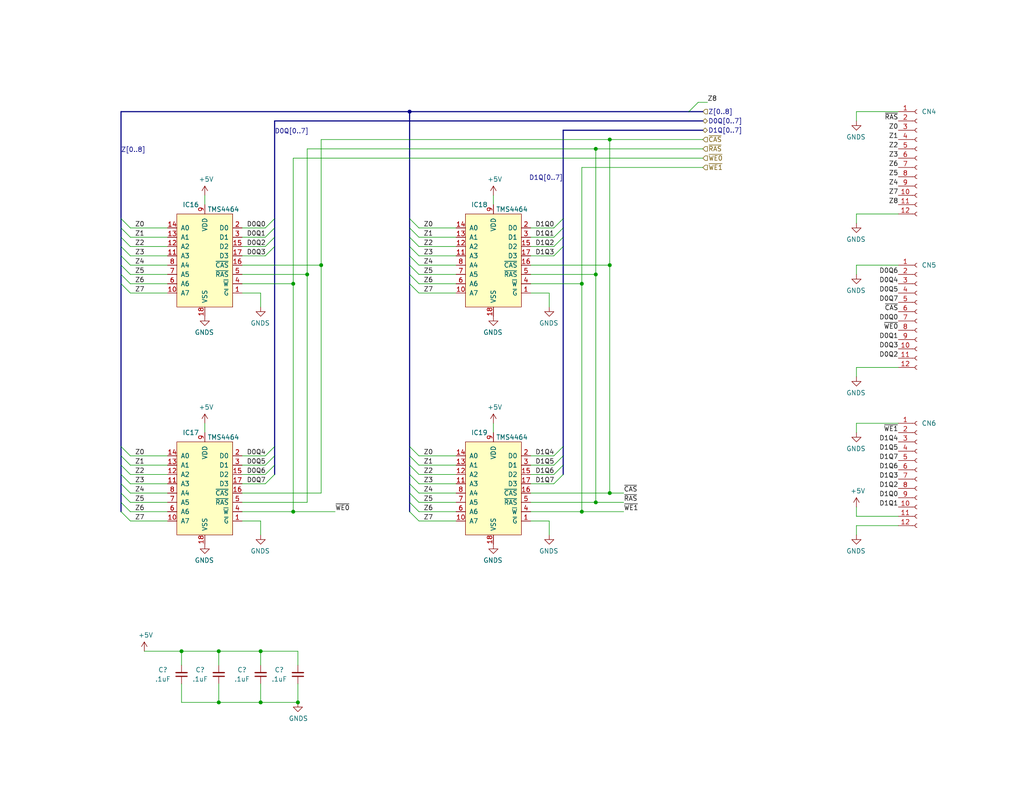
<source format=kicad_sch>
(kicad_sch (version 20230121) (generator eeschema)
  (paper "A")
  (title_block (title "TRS-80 Color Computer 3 (26-3334)") (date "2023-11-04") (rev "1.0.2") (company "Tandy Corporation") (comment 2 "& Color Computer 3 Revised Schematic (Ty Sopko).pdf") (comment 3 "Based on  Color Computer 3 Service Manual (Tandy).pdf") (comment 4 "Kicad schematic capture by Rocky Hill"))
  (lib_symbols
    (symbol "Device:C_Small" (pin_numbers hide) (pin_names (offset 0.254) hide)
      (property "Reference" "C" (at 0.254 1.778 0))
      (property "Value" "C_Small" (at 0.254 -2.032 0))
      (symbol "C_Small_0_1"
        (polyline (pts (xy -1.524 -0.508) (xy 1.524 -0.508)) (stroke (width 0.3302)))
        (polyline (pts (xy -1.524 0.508) (xy 1.524 0.508)) (stroke (width 0.3048)))
      )
      (symbol "C_Small_1_1"
        (pin passive line (at 0 2.54 270) (length 2.032) (name "~") (number "1"))
        (pin passive line (at 0 -2.54 90) (length 2.032) (name "~") (number "2"))
      )
    )
    (symbol "Memory_RAM_Texas:TMS4464" (pin_names (offset 1.016))
      (property "Reference" "U" (at -6.35 13.97 0))
      (property "Value" "TMS4464" (at 6.35 13.97 0))
      (symbol "TMS4464_0_1"
        (rectangle (start -7.62 12.7) (end 7.62 -12.7) (fill (type background)))
      )
      (symbol "TMS4464_1_1"
        (pin input line (at -10.16 -8.89 0) (length 2.54) (name "~{G}") (number "1"))
        (pin input line (at 10.16 -8.89 180) (length 2.54) (name "A7") (number "10"))
        (pin input line (at 10.16 1.27 180) (length 2.54) (name "A3") (number "11"))
        (pin input line (at 10.16 3.81 180) (length 2.54) (name "A2") (number "12"))
        (pin input line (at 10.16 6.35 180) (length 2.54) (name "A1") (number "13"))
        (pin input line (at 10.16 8.89 180) (length 2.54) (name "A0") (number "14"))
        (pin tri_state line (at -10.16 3.81 0) (length 2.54) (name "D2") (number "15"))
        (pin input line (at -10.16 -1.27 0) (length 2.54) (name "~{CAS}") (number "16"))
        (pin tri_state line (at -10.16 1.27 0) (length 2.54) (name "D3") (number "17"))
        (pin power_in line (at 0 -15.24 90) (length 2.54) (name "VSS") (number "18"))
        (pin tri_state line (at -10.16 8.89 0) (length 2.54) (name "D0") (number "2"))
        (pin tri_state line (at -10.16 6.35 0) (length 2.54) (name "D1") (number "3"))
        (pin input line (at -10.16 -6.35 0) (length 2.54) (name "~{W}") (number "4"))
        (pin input line (at -10.16 -3.81 0) (length 2.54) (name "~{RAS}") (number "5"))
        (pin input line (at 10.16 -6.35 180) (length 2.54) (name "A6") (number "6"))
        (pin input line (at 10.16 -3.81 180) (length 2.54) (name "A5") (number "7"))
        (pin input line (at 10.16 -1.27 180) (length 2.54) (name "A4") (number "8"))
        (pin power_in line (at 0 15.24 270) (length 2.54) (name "VDD") (number "9"))
      )
    )
    (symbol "coco3-rescue:Conn_01x12_Female-Connector" (pin_names (offset 1.016) hide)
      (property "Reference" "J" (at 0 15.24 0))
      (property "Value" "Connector_Conn_01x12_Female" (at 0 -17.78 0))
      (symbol "Conn_01x12_Female-Connector_1_1"
        (arc (start 0 -14.732) (mid -0.5058 -15.24) (end 0 -15.748) (stroke (width 0.1524)))
        (arc (start 0 -12.192) (mid -0.5058 -12.7) (end 0 -13.208) (stroke (width 0.1524)))
        (arc (start 0 -9.652) (mid -0.5058 -10.16) (end 0 -10.668) (stroke (width 0.1524)))
        (arc (start 0 -7.112) (mid -0.5058 -7.62) (end 0 -8.128) (stroke (width 0.1524)))
        (arc (start 0 -4.572) (mid -0.5058 -5.08) (end 0 -5.588) (stroke (width 0.1524)))
        (arc (start 0 -2.032) (mid -0.5058 -2.54) (end 0 -3.048) (stroke (width 0.1524)))
        (polyline (pts (xy -1.27 -15.24) (xy -0.508 -15.24)) (stroke (width 0.1524)))
        (polyline (pts (xy -1.27 -12.7) (xy -0.508 -12.7)) (stroke (width 0.1524)))
        (polyline (pts (xy -1.27 -10.16) (xy -0.508 -10.16)) (stroke (width 0.1524)))
        (polyline (pts (xy -1.27 -7.62) (xy -0.508 -7.62)) (stroke (width 0.1524)))
        (polyline (pts (xy -1.27 -5.08) (xy -0.508 -5.08)) (stroke (width 0.1524)))
        (polyline (pts (xy -1.27 -2.54) (xy -0.508 -2.54)) (stroke (width 0.1524)))
        (polyline (pts (xy -1.27 0) (xy -0.508 0)) (stroke (width 0.1524)))
        (polyline (pts (xy -1.27 2.54) (xy -0.508 2.54)) (stroke (width 0.1524)))
        (polyline (pts (xy -1.27 5.08) (xy -0.508 5.08)) (stroke (width 0.1524)))
        (polyline (pts (xy -1.27 7.62) (xy -0.508 7.62)) (stroke (width 0.1524)))
        (polyline (pts (xy -1.27 10.16) (xy -0.508 10.16)) (stroke (width 0.1524)))
        (polyline (pts (xy -1.27 12.7) (xy -0.508 12.7)) (stroke (width 0.1524)))
        (arc (start 0 0.508) (mid -0.5058 0) (end 0 -0.508) (stroke (width 0.1524)))
        (arc (start 0 3.048) (mid -0.5058 2.54) (end 0 2.032) (stroke (width 0.1524)))
        (arc (start 0 5.588) (mid -0.5058 5.08) (end 0 4.572) (stroke (width 0.1524)))
        (arc (start 0 8.128) (mid -0.5058 7.62) (end 0 7.112) (stroke (width 0.1524)))
        (arc (start 0 10.668) (mid -0.5058 10.16) (end 0 9.652) (stroke (width 0.1524)))
        (arc (start 0 13.208) (mid -0.5058 12.7) (end 0 12.192) (stroke (width 0.1524)))
        (pin passive line (at -5.08 12.7 0) (length 3.81) (name "Pin_1") (number "1"))
        (pin passive line (at -5.08 -10.16 0) (length 3.81) (name "Pin_10") (number "10"))
        (pin passive line (at -5.08 -12.7 0) (length 3.81) (name "Pin_11") (number "11"))
        (pin passive line (at -5.08 -15.24 0) (length 3.81) (name "Pin_12") (number "12"))
        (pin passive line (at -5.08 10.16 0) (length 3.81) (name "Pin_2") (number "2"))
        (pin passive line (at -5.08 7.62 0) (length 3.81) (name "Pin_3") (number "3"))
        (pin passive line (at -5.08 5.08 0) (length 3.81) (name "Pin_4") (number "4"))
        (pin passive line (at -5.08 2.54 0) (length 3.81) (name "Pin_5") (number "5"))
        (pin passive line (at -5.08 0 0) (length 3.81) (name "Pin_6") (number "6"))
        (pin passive line (at -5.08 -2.54 0) (length 3.81) (name "Pin_7") (number "7"))
        (pin passive line (at -5.08 -5.08 0) (length 3.81) (name "Pin_8") (number "8"))
        (pin passive line (at -5.08 -7.62 0) (length 3.81) (name "Pin_9") (number "9"))
      )
    )
    (symbol "power:+5V" (power) (pin_names (offset 0))
      (property "Value" "+5V" (at 0 3.556 0))
      (symbol "+5V_0_1"
        (polyline (pts (xy -0.762 1.27) (xy 0 2.54)))
        (polyline (pts (xy 0 0) (xy 0 2.54)))
        (polyline (pts (xy 0 2.54) (xy 0.762 1.27)))
      )
      (symbol "+5V_1_1"
        (pin power_in line (at 0 0 90) (length 0) hide (name "+5V") (number "1"))
      )
    )
    (symbol "power:GNDS" (power) (pin_names (offset 0))
      (property "Value" "GNDS" (at 0 -3.81 0))
      (symbol "GNDS_0_1"
        (polyline (pts (xy 0 0) (xy 0 -1.27) (xy 1.27 -1.27) (xy 0 -2.54) (xy -1.27 -1.27) (xy 0 -1.27)))
      )
      (symbol "GNDS_1_1"
        (pin power_in line (at 0 0 270) (length 0) hide (name "GNDS") (number "1"))
      )
    )
  )
  (junction (at 166.37 134.62))
  (junction (at 166.37 72.39))
  (junction (at 166.37 38.1))
  (junction (at 80.01 139.7))
  (junction (at 83.82 74.93))
  (junction (at 162.56 74.93))
  (junction (at 158.75 77.47))
  (junction (at 158.75 139.7))
  (junction (at 59.69 177.8))
  (junction (at 162.56 40.64))
  (junction (at 80.01 77.47))
  (junction (at 49.53 177.8))
  (junction (at 162.56 137.16))
  (junction (at 87.63 72.39))
  (junction (at 59.69 191.77))
  (junction (at 81.28 191.77))
  (junction (at 71.12 177.8))
  (junction (at 71.12 191.77))
  (junction (at 111.76 30.48))
  (bus_entry (at 33.02 72.39) (size 2.54 2.54))
  (bus_entry (at 153.67 59.69) (size -2.54 2.54))
  (bus_entry (at 33.02 67.31) (size 2.54 2.54))
  (bus_entry (at 153.67 129.54) (size -2.54 2.54))
  (bus_entry (at 153.67 67.31) (size -2.54 2.54))
  (bus_entry (at 153.67 62.23) (size -2.54 2.54))
  (bus_entry (at 111.76 124.46) (size 2.54 2.54))
  (bus_entry (at 33.02 137.16) (size 2.54 2.54))
  (bus_entry (at 74.93 62.23) (size -2.54 2.54))
  (bus_entry (at 33.02 139.7) (size 2.54 2.54))
  (bus_entry (at 33.02 134.62) (size 2.54 2.54))
  (bus_entry (at 74.93 64.77) (size -2.54 2.54))
  (bus_entry (at 33.02 121.92) (size 2.54 2.54))
  (bus_entry (at 74.93 127) (size -2.54 2.54))
  (bus_entry (at 153.67 64.77) (size -2.54 2.54))
  (bus_entry (at 33.02 64.77) (size 2.54 2.54))
  (bus_entry (at 111.76 59.69) (size 2.54 2.54))
  (bus_entry (at 111.76 72.39) (size 2.54 2.54))
  (bus_entry (at 111.76 121.92) (size 2.54 2.54))
  (bus_entry (at 33.02 129.54) (size 2.54 2.54))
  (bus_entry (at 33.02 59.69) (size 2.54 2.54))
  (bus_entry (at 153.67 124.46) (size -2.54 2.54))
  (bus_entry (at 33.02 74.93) (size 2.54 2.54))
  (bus_entry (at 74.93 59.69) (size -2.54 2.54))
  (bus_entry (at 111.76 74.93) (size 2.54 2.54))
  (bus_entry (at 33.02 124.46) (size 2.54 2.54))
  (bus_entry (at 111.76 132.08) (size 2.54 2.54))
  (bus_entry (at 74.93 67.31) (size -2.54 2.54))
  (bus_entry (at 33.02 77.47) (size 2.54 2.54))
  (bus_entry (at 111.76 62.23) (size 2.54 2.54))
  (bus_entry (at 153.67 121.92) (size -2.54 2.54))
  (bus_entry (at 33.02 132.08) (size 2.54 2.54))
  (bus_entry (at 33.02 127) (size 2.54 2.54))
  (bus_entry (at 33.02 62.23) (size 2.54 2.54))
  (bus_entry (at 111.76 77.47) (size 2.54 2.54))
  (bus_entry (at 111.76 127) (size 2.54 2.54))
  (bus_entry (at 74.93 129.54) (size -2.54 2.54))
  (bus_entry (at 74.93 121.92) (size -2.54 2.54))
  (bus_entry (at 111.76 137.16) (size 2.54 2.54))
  (bus_entry (at 33.02 69.85) (size 2.54 2.54))
  (bus_entry (at 153.67 127) (size -2.54 2.54))
  (bus_entry (at 74.93 124.46) (size -2.54 2.54))
  (bus_entry (at 111.76 67.31) (size 2.54 2.54))
  (bus_entry (at 111.76 69.85) (size 2.54 2.54))
  (bus_entry (at 111.76 129.54) (size 2.54 2.54))
  (bus_entry (at 111.76 139.7) (size 2.54 2.54))
  (bus_entry (at 187.96 30.48) (size 2.54 -2.54))
  (bus_entry (at 111.76 134.62) (size 2.54 2.54))
  (bus_entry (at 111.76 64.77) (size 2.54 2.54))
  (wire (pts (xy 35.56 137.16) (xy 45.72 137.16)))
  (bus (pts (xy 111.76 74.93) (xy 111.76 77.47)))
  (wire (pts (xy 149.86 142.24) (xy 149.86 146.05)))
  (wire (pts (xy 158.75 77.47) (xy 144.78 77.47)))
  (wire (pts (xy 124.46 62.23) (xy 114.3 62.23)))
  (wire (pts (xy 87.63 38.1) (xy 87.63 72.39)))
  (wire (pts (xy 71.12 142.24) (xy 66.04 142.24)))
  (bus (pts (xy 74.93 127) (xy 74.93 129.54)))
  (bus (pts (xy 153.67 121.92) (xy 153.67 124.46)))
  (wire (pts (xy 39.37 177.8) (xy 49.53 177.8)))
  (wire (pts (xy 72.39 132.08) (xy 66.04 132.08)))
  (wire (pts (xy 144.78 134.62) (xy 166.37 134.62)))
  (wire (pts (xy 134.62 53.34) (xy 134.62 55.88)))
  (wire (pts (xy 66.04 139.7) (xy 80.01 139.7)))
  (wire (pts (xy 45.72 77.47) (xy 35.56 77.47)))
  (wire (pts (xy 149.86 142.24) (xy 144.78 142.24)))
  (wire (pts (xy 71.12 80.01) (xy 71.12 83.82)))
  (wire (pts (xy 151.13 69.85) (xy 144.78 69.85)))
  (wire (pts (xy 59.69 191.77) (xy 49.53 191.77)))
  (wire (pts (xy 158.75 45.72) (xy 158.75 77.47)))
  (wire (pts (xy 245.11 30.48) (xy 233.68 30.48)))
  (bus (pts (xy 74.93 33.02) (xy 74.93 59.69)))
  (wire (pts (xy 124.46 124.46) (xy 114.3 124.46)))
  (wire (pts (xy 134.62 115.57) (xy 134.62 118.11)))
  (wire (pts (xy 114.3 142.24) (xy 124.46 142.24)))
  (bus (pts (xy 33.02 30.48) (xy 33.02 59.69)))
  (wire (pts (xy 35.56 127) (xy 45.72 127)))
  (wire (pts (xy 114.3 69.85) (xy 124.46 69.85)))
  (wire (pts (xy 66.04 72.39) (xy 87.63 72.39)))
  (wire (pts (xy 114.3 132.08) (xy 124.46 132.08)))
  (wire (pts (xy 114.3 64.77) (xy 124.46 64.77)))
  (wire (pts (xy 72.39 124.46) (xy 66.04 124.46)))
  (wire (pts (xy 72.39 64.77) (xy 66.04 64.77)))
  (wire (pts (xy 151.13 127) (xy 144.78 127)))
  (wire (pts (xy 233.68 140.97) (xy 245.11 140.97)))
  (bus (pts (xy 153.67 124.46) (xy 153.67 127)))
  (bus (pts (xy 33.02 67.31) (xy 33.02 69.85)))
  (wire (pts (xy 45.72 62.23) (xy 35.56 62.23)))
  (bus (pts (xy 33.02 62.23) (xy 33.02 64.77)))
  (wire (pts (xy 151.13 124.46) (xy 144.78 124.46)))
  (wire (pts (xy 72.39 129.54) (xy 66.04 129.54)))
  (bus (pts (xy 33.02 77.47) (xy 33.02 121.92)))
  (bus (pts (xy 153.67 67.31) (xy 153.67 121.92)))
  (bus (pts (xy 111.76 121.92) (xy 111.76 124.46)))
  (wire (pts (xy 162.56 74.93) (xy 162.56 40.64)))
  (wire (pts (xy 45.72 72.39) (xy 35.56 72.39)))
  (bus (pts (xy 33.02 129.54) (xy 33.02 132.08)))
  (wire (pts (xy 124.46 67.31) (xy 114.3 67.31)))
  (wire (pts (xy 162.56 137.16) (xy 162.56 74.93)))
  (wire (pts (xy 158.75 139.7) (xy 144.78 139.7)))
  (wire (pts (xy 151.13 62.23) (xy 144.78 62.23)))
  (wire (pts (xy 124.46 139.7) (xy 114.3 139.7)))
  (bus (pts (xy 33.02 137.16) (xy 33.02 139.7)))
  (wire (pts (xy 114.3 137.16) (xy 124.46 137.16)))
  (bus (pts (xy 153.67 59.69) (xy 153.67 62.23)))
  (wire (pts (xy 87.63 38.1) (xy 166.37 38.1)))
  (bus (pts (xy 33.02 134.62) (xy 33.02 137.16)))
  (wire (pts (xy 245.11 115.57) (xy 233.68 115.57)))
  (wire (pts (xy 170.18 134.62) (xy 166.37 134.62)))
  (bus (pts (xy 111.76 134.62) (xy 111.76 137.16)))
  (bus (pts (xy 33.02 132.08) (xy 33.02 134.62)))
  (wire (pts (xy 166.37 72.39) (xy 166.37 134.62)))
  (wire (pts (xy 71.12 177.8) (xy 71.12 181.61)))
  (wire (pts (xy 45.72 129.54) (xy 35.56 129.54)))
  (wire (pts (xy 71.12 191.77) (xy 81.28 191.77)))
  (wire (pts (xy 45.72 124.46) (xy 35.56 124.46)))
  (wire (pts (xy 144.78 137.16) (xy 162.56 137.16)))
  (wire (pts (xy 59.69 186.69) (xy 59.69 191.77)))
  (wire (pts (xy 233.68 143.51) (xy 233.68 146.05)))
  (wire (pts (xy 71.12 80.01) (xy 66.04 80.01)))
  (bus (pts (xy 33.02 64.77) (xy 33.02 67.31)))
  (wire (pts (xy 170.18 137.16) (xy 162.56 137.16)))
  (wire (pts (xy 144.78 72.39) (xy 166.37 72.39)))
  (wire (pts (xy 124.46 72.39) (xy 114.3 72.39)))
  (bus (pts (xy 33.02 59.69) (xy 33.02 62.23)))
  (wire (pts (xy 72.39 67.31) (xy 66.04 67.31)))
  (bus (pts (xy 111.76 77.47) (xy 111.76 121.92)))
  (bus (pts (xy 74.93 121.92) (xy 74.93 124.46)))
  (bus (pts (xy 111.76 30.48) (xy 111.76 59.69)))
  (wire (pts (xy 35.56 80.01) (xy 45.72 80.01)))
  (bus (pts (xy 111.76 64.77) (xy 111.76 67.31)))
  (bus (pts (xy 191.77 35.56) (xy 153.67 35.56)))
  (wire (pts (xy 193.04 27.94) (xy 190.5 27.94)))
  (bus (pts (xy 33.02 127) (xy 33.02 129.54)))
  (wire (pts (xy 87.63 72.39) (xy 87.63 134.62)))
  (wire (pts (xy 233.68 72.39) (xy 233.68 74.93)))
  (wire (pts (xy 55.88 115.57) (xy 55.88 118.11)))
  (bus (pts (xy 111.76 30.48) (xy 187.96 30.48)))
  (bus (pts (xy 33.02 124.46) (xy 33.02 127)))
  (bus (pts (xy 153.67 64.77) (xy 153.67 67.31)))
  (wire (pts (xy 151.13 64.77) (xy 144.78 64.77)))
  (bus (pts (xy 33.02 72.39) (xy 33.02 74.93)))
  (wire (pts (xy 80.01 43.18) (xy 191.77 43.18)))
  (bus (pts (xy 111.76 132.08) (xy 111.76 134.62)))
  (bus (pts (xy 111.76 72.39) (xy 111.76 74.93)))
  (wire (pts (xy 35.56 69.85) (xy 45.72 69.85)))
  (bus (pts (xy 111.76 67.31) (xy 111.76 69.85)))
  (bus (pts (xy 74.93 62.23) (xy 74.93 64.77)))
  (bus (pts (xy 74.93 59.69) (xy 74.93 62.23)))
  (wire (pts (xy 80.01 77.47) (xy 80.01 139.7)))
  (wire (pts (xy 72.39 69.85) (xy 66.04 69.85)))
  (bus (pts (xy 111.76 124.46) (xy 111.76 127)))
  (bus (pts (xy 111.76 127) (xy 111.76 129.54)))
  (wire (pts (xy 35.56 132.08) (xy 45.72 132.08)))
  (wire (pts (xy 81.28 186.69) (xy 81.28 191.77)))
  (wire (pts (xy 233.68 100.33) (xy 233.68 102.87)))
  (wire (pts (xy 149.86 80.01) (xy 144.78 80.01)))
  (bus (pts (xy 74.93 64.77) (xy 74.93 67.31)))
  (wire (pts (xy 149.86 80.01) (xy 149.86 83.82)))
  (wire (pts (xy 124.46 77.47) (xy 114.3 77.47)))
  (wire (pts (xy 45.72 67.31) (xy 35.56 67.31)))
  (wire (pts (xy 35.56 142.24) (xy 45.72 142.24)))
  (bus (pts (xy 33.02 121.92) (xy 33.02 124.46)))
  (wire (pts (xy 124.46 129.54) (xy 114.3 129.54)))
  (wire (pts (xy 45.72 139.7) (xy 35.56 139.7)))
  (bus (pts (xy 33.02 74.93) (xy 33.02 77.47)))
  (wire (pts (xy 124.46 134.62) (xy 114.3 134.62)))
  (wire (pts (xy 35.56 64.77) (xy 45.72 64.77)))
  (wire (pts (xy 83.82 40.64) (xy 162.56 40.64)))
  (bus (pts (xy 74.93 33.02) (xy 191.77 33.02)))
  (wire (pts (xy 83.82 74.93) (xy 83.82 40.64)))
  (wire (pts (xy 49.53 186.69) (xy 49.53 191.77)))
  (wire (pts (xy 72.39 127) (xy 66.04 127)))
  (bus (pts (xy 111.76 129.54) (xy 111.76 132.08)))
  (bus (pts (xy 111.76 59.69) (xy 111.76 62.23)))
  (wire (pts (xy 151.13 129.54) (xy 144.78 129.54)))
  (wire (pts (xy 233.68 58.42) (xy 233.68 60.96)))
  (wire (pts (xy 114.3 74.93) (xy 124.46 74.93)))
  (bus (pts (xy 153.67 62.23) (xy 153.67 64.77)))
  (wire (pts (xy 83.82 137.16) (xy 83.82 74.93)))
  (wire (pts (xy 59.69 177.8) (xy 71.12 177.8)))
  (wire (pts (xy 71.12 191.77) (xy 59.69 191.77)))
  (bus (pts (xy 74.93 67.31) (xy 74.93 121.92)))
  (wire (pts (xy 55.88 53.34) (xy 55.88 55.88)))
  (wire (pts (xy 71.12 186.69) (xy 71.12 191.77)))
  (wire (pts (xy 233.68 138.43) (xy 233.68 140.97)))
  (bus (pts (xy 74.93 124.46) (xy 74.93 127)))
  (bus (pts (xy 111.76 69.85) (xy 111.76 72.39)))
  (bus (pts (xy 111.76 62.23) (xy 111.76 64.77)))
  (bus (pts (xy 153.67 35.56) (xy 153.67 59.69)))
  (wire (pts (xy 158.75 77.47) (xy 158.75 139.7)))
  (wire (pts (xy 66.04 137.16) (xy 83.82 137.16)))
  (wire (pts (xy 151.13 132.08) (xy 144.78 132.08)))
  (wire (pts (xy 72.39 62.23) (xy 66.04 62.23)))
  (wire (pts (xy 114.3 127) (xy 124.46 127)))
  (bus (pts (xy 33.02 30.48) (xy 111.76 30.48)))
  (wire (pts (xy 166.37 38.1) (xy 166.37 72.39)))
  (wire (pts (xy 81.28 177.8) (xy 81.28 181.61)))
  (wire (pts (xy 45.72 134.62) (xy 35.56 134.62)))
  (wire (pts (xy 66.04 134.62) (xy 87.63 134.62)))
  (wire (pts (xy 80.01 43.18) (xy 80.01 77.47)))
  (wire (pts (xy 49.53 181.61) (xy 49.53 177.8)))
  (wire (pts (xy 91.44 139.7) (xy 80.01 139.7)))
  (wire (pts (xy 35.56 74.93) (xy 45.72 74.93)))
  (wire (pts (xy 245.11 58.42) (xy 233.68 58.42)))
  (wire (pts (xy 233.68 115.57) (xy 233.68 118.11)))
  (wire (pts (xy 66.04 77.47) (xy 80.01 77.47)))
  (wire (pts (xy 144.78 74.93) (xy 162.56 74.93)))
  (wire (pts (xy 233.68 30.48) (xy 233.68 33.02)))
  (bus (pts (xy 111.76 137.16) (xy 111.76 139.7)))
  (wire (pts (xy 66.04 74.93) (xy 83.82 74.93)))
  (wire (pts (xy 71.12 142.24) (xy 71.12 146.05)))
  (wire (pts (xy 245.11 72.39) (xy 233.68 72.39)))
  (wire (pts (xy 170.18 139.7) (xy 158.75 139.7)))
  (wire (pts (xy 245.11 143.51) (xy 233.68 143.51)))
  (bus (pts (xy 33.02 69.85) (xy 33.02 72.39)))
  (wire (pts (xy 191.77 40.64) (xy 162.56 40.64)))
  (bus (pts (xy 187.96 30.48) (xy 191.77 30.48)))
  (wire (pts (xy 114.3 80.01) (xy 124.46 80.01)))
  (wire (pts (xy 59.69 181.61) (xy 59.69 177.8)))
  (wire (pts (xy 245.11 100.33) (xy 233.68 100.33)))
  (wire (pts (xy 191.77 38.1) (xy 166.37 38.1)))
  (wire (pts (xy 151.13 67.31) (xy 144.78 67.31)))
  (wire (pts (xy 191.77 45.72) (xy 158.75 45.72)))
  (wire (pts (xy 49.53 177.8) (xy 59.69 177.8)))
  (bus (pts (xy 153.67 127) (xy 153.67 129.54)))
  (wire (pts (xy 71.12 177.8) (xy 81.28 177.8)))
  (label "Z1" (at 36.83 64.77 0))
  (label "D0Q3" (at 245.11 95.25 180))
  (label "D1Q4" (at 146.05 124.46 0))
  (label "D1Q6" (at 146.05 129.54 0))
  (label "~{CAS}" (at 170.18 134.62 0))
  (label "Z0" (at 245.11 35.56 180))
  (label "Z5" (at 36.83 74.93 0))
  (label "Z0" (at 115.57 62.23 0))
  (label "Z5" (at 245.11 48.26 180))
  (label "D1Q0" (at 146.05 62.23 0))
  (label "Z3" (at 245.11 43.18 180))
  (label "Z6" (at 36.83 139.7 0))
  (label "Z7" (at 115.57 142.24 0))
  (label "D0Q3" (at 67.31 69.85 0))
  (label "D0Q4" (at 67.31 124.46 0))
  (label "D1Q[0..7]" (at 153.67 49.53 180))
  (label "Z0" (at 36.83 124.46 0))
  (label "D0Q2" (at 67.31 67.31 0))
  (label "Z4" (at 115.57 72.39 0))
  (label "Z7" (at 245.11 53.34 180))
  (label "Z[0..8]" (at 33.02 41.91 0))
  (label "D0Q5" (at 245.11 80.01 180))
  (label "Z2" (at 36.83 129.54 0))
  (label "Z7" (at 36.83 142.24 0))
  (label "D0Q1" (at 67.31 64.77 0))
  (label "~{WE0}" (at 91.44 139.7 0))
  (label "D0Q6" (at 67.31 129.54 0))
  (label "Z3" (at 115.57 132.08 0))
  (label "Z7" (at 36.83 80.01 0))
  (label "Z6" (at 115.57 77.47 0))
  (label "Z3" (at 36.83 132.08 0))
  (label "Z1" (at 115.57 64.77 0))
  (label "D0Q2" (at 245.11 97.79 180))
  (label "Z4" (at 36.83 72.39 0))
  (label "Z5" (at 115.57 137.16 0))
  (label "D1Q7" (at 245.11 125.73 180))
  (label "Z1" (at 36.83 127 0))
  (label "D1Q3" (at 245.11 130.81 180))
  (label "D1Q2" (at 146.05 67.31 0))
  (label "Z2" (at 115.57 129.54 0))
  (label "D0Q[0..7]" (at 74.93 36.83 0))
  (label "D1Q5" (at 245.11 123.19 180))
  (label "~{CAS}" (at 245.11 85.09 180))
  (label "D0Q5" (at 67.31 127 0))
  (label "D1Q6" (at 245.11 128.27 180))
  (label "Z5" (at 115.57 74.93 0))
  (label "Z4" (at 245.11 50.8 180))
  (label "~{RAS}" (at 245.11 33.02 180))
  (label "D0Q6" (at 245.11 74.93 180))
  (label "Z3" (at 36.83 69.85 0))
  (label "Z2" (at 36.83 67.31 0))
  (label "D1Q0" (at 245.11 135.89 180))
  (label "D0Q0" (at 67.31 62.23 0))
  (label "D1Q5" (at 146.05 127 0))
  (label "D1Q1" (at 146.05 64.77 0))
  (label "Z1" (at 115.57 127 0))
  (label "Z0" (at 115.57 124.46 0))
  (label "~{WE0}" (at 245.11 90.17 180))
  (label "~{WE1}" (at 170.18 139.7 0))
  (label "D0Q0" (at 245.11 87.63 180))
  (label "D0Q7" (at 67.31 132.08 0))
  (label "D0Q1" (at 245.11 92.71 180))
  (label "D0Q4" (at 245.11 77.47 180))
  (label "D1Q3" (at 146.05 69.85 0))
  (label "~{RAS}" (at 170.18 137.16 0))
  (label "Z6" (at 245.11 45.72 180))
  (label "Z4" (at 36.83 134.62 0))
  (label "Z8" (at 245.11 55.88 180))
  (label "Z8" (at 193.04 27.94 0))
  (label "D1Q7" (at 146.05 132.08 0))
  (label "Z2" (at 115.57 67.31 0))
  (label "Z0" (at 36.83 62.23 0))
  (label "D0Q7" (at 245.11 82.55 180))
  (label "D1Q4" (at 245.11 120.65 180))
  (label "Z3" (at 115.57 69.85 0))
  (label "Z1" (at 245.11 38.1 180))
  (label "D1Q1" (at 245.11 138.43 180))
  (label "Z6" (at 36.83 77.47 0))
  (label "~{WE1}" (at 245.11 118.11 180))
  (label "Z5" (at 36.83 137.16 0))
  (label "Z4" (at 115.57 134.62 0))
  (label "Z6" (at 115.57 139.7 0))
  (label "Z2" (at 245.11 40.64 180))
  (label "Z7" (at 115.57 80.01 0))
  (label "D1Q2" (at 245.11 133.35 180))
  (hierarchical_label "D1Q[0..7]" (shape bidirectional) (at 191.77 35.56 0))
  (hierarchical_label "Z[0..8]" (shape input) (at 191.77 30.48 0))
  (hierarchical_label "D0Q[0..7]" (shape bidirectional) (at 191.77 33.02 0))
  (hierarchical_label "~{WE1}" (shape input) (at 191.77 45.72 0))
  (hierarchical_label "~{CAS}" (shape input) (at 191.77 38.1 0))
  (hierarchical_label "~{RAS}" (shape input) (at 191.77 40.64 0))
  (hierarchical_label "~{WE0}" (shape input) (at 191.77 43.18 0))
  (symbol (lib_id "power:+5V") (at 55.88 53.34 0) (unit 1)
    (property "Reference" "#PWR?" (effects hide))
    (property "Value" "+5V" (at 56.261 48.9458 0))
    (instances (project "coco3" (path "" (reference "#PWR?") (unit 1)) (path "" (reference "#PWR?") (unit 1)) (path "" (reference "#PWR01006") (unit 1))))
  )
  (symbol (lib_id "power:GNDS") (at 71.12 83.82 0) (mirror y) (unit 1)
    (property "Reference" "#PWR?" (effects hide))
    (property "Value" "GNDS" (at 70.993 88.2142 0))
    (instances (project "coco3" (path "" (reference "#PWR?") (unit 1)) (path "" (reference "#PWR?") (unit 1)) (path "" (reference "#PWR01008") (unit 1))))
  )
  (symbol (lib_id "Device:C_Small") (at 49.53 184.15 180) (unit 1)
    (property "Reference" "C?" (at 44.45 182.88 0))
    (property "Value" ".1uF" (at 44.45 185.42 0))
    (property "Footprint" "Capacitor_THT:C_Disc_D4.7mm_W2.5mm_P5.00mm" (effects hide))
    (property "Datasheet" " https://product.tdk.com/info/en/catalog/datasheets/leadmlcc_halogenfree_fg_en.pdf?ref_disty=digikey" (effects hide))
    (property "Vendor" "digikey" (effects hide))
    (property "Vendor part#" "445-173474-1-ND" (effects hide))
    (property "Manufacturer part#" "FG28C0G1H103JNT06" (effects hide))
    (instances (project "coco3" (path "" (reference "C?") (unit 1)) (path "" (reference "C?") (unit 1)) (path "" (reference "C43") (unit 1))))
  )
  (symbol (lib_id "Device:C_Small") (at 59.69 184.15 180) (unit 1)
    (property "Reference" "C?" (at 54.61 182.88 0))
    (property "Value" ".1uF" (at 54.61 185.42 0))
    (property "Footprint" "Capacitor_THT:C_Disc_D4.7mm_W2.5mm_P5.00mm" (effects hide))
    (property "Datasheet" " https://product.tdk.com/info/en/catalog/datasheets/leadmlcc_halogenfree_fg_en.pdf?ref_disty=digikey" (effects hide))
    (property "Vendor" "digikey" (effects hide))
    (property "Vendor part#" "445-173474-1-ND" (effects hide))
    (property "Manufacturer part#" "FG28C0G1H103JNT06" (effects hide))
    (instances (project "coco3" (path "" (reference "C?") (unit 1)) (path "" (reference "C?") (unit 1)) (path "" (reference "C44") (unit 1))))
  )
  (symbol (lib_id "Device:C_Small") (at 71.12 184.15 180) (unit 1)
    (property "Reference" "C?" (at 66.04 182.88 0))
    (property "Value" ".1uF" (at 66.04 185.42 0))
    (property "Footprint" "Capacitor_THT:C_Disc_D4.7mm_W2.5mm_P5.00mm" (effects hide))
    (property "Datasheet" " https://product.tdk.com/info/en/catalog/datasheets/leadmlcc_halogenfree_fg_en.pdf?ref_disty=digikey" (effects hide))
    (property "Vendor" "digikey" (effects hide))
    (property "Vendor part#" "445-173474-1-ND" (effects hide))
    (property "Manufacturer part#" "FG28C0G1H103JNT06" (effects hide))
    (instances (project "coco3" (path "" (reference "C?") (unit 1)) (path "" (reference "C?") (unit 1)) (path "" (reference "C45") (unit 1))))
  )
  (symbol (lib_id "power:GNDS") (at 81.28 191.77 0) (unit 1)
    (property "Reference" "#PWR?" (effects hide))
    (property "Value" "GNDS" (at 81.407 196.1642 0))
    (instances (project "coco3" (path "" (reference "#PWR?") (unit 1)) (path "" (reference "#PWR?") (unit 1)) (path "" (reference "#PWR01019") (unit 1))))
  )
  (symbol (lib_id "power:+5V") (at 39.37 177.8 0) (unit 1)
    (property "Reference" "#PWR?" (effects hide))
    (property "Value" "+5V" (at 39.751 173.4058 0))
    (instances (project "coco3" (path "" (reference "#PWR?") (unit 1)) (path "" (reference "#PWR?") (unit 1)) (path "" (reference "#PWR01018") (unit 1))))
  )
  (symbol (lib_id "Device:C_Small") (at 81.28 184.15 180) (unit 1)
    (property "Reference" "C?" (at 76.2 182.88 0))
    (property "Value" ".1uF" (at 76.2 185.42 0))
    (property "Footprint" "Capacitor_THT:C_Disc_D4.7mm_W2.5mm_P5.00mm" (effects hide))
    (property "Datasheet" " https://product.tdk.com/info/en/catalog/datasheets/leadmlcc_halogenfree_fg_en.pdf?ref_disty=digikey" (effects hide))
    (property "Vendor" "digikey" (effects hide))
    (property "Vendor part#" "445-173474-1-ND" (effects hide))
    (property "Manufacturer part#" "FG28C0G1H103JNT06" (effects hide))
    (instances (project "coco3" (path "" (reference "C?") (unit 1)) (path "" (reference "C?") (unit 1)) (path "" (reference "C46") (unit 1))))
  )
  (symbol (lib_id "Memory_RAM_Texas:TMS4464") (at 55.88 71.12 0) (mirror y) (unit 1)
    (property "Reference" "IC16" (at 52.07 55.88 0))
    (property "Value" "TMS4464" (at 60.96 57.15 0))
    (property "Footprint" "Package_DIP:DIP-18_W7.62mm_Socket" (effects hide))
    (property "Datasheet" "http://www.assmann-wsw.com/uploads/datasheets/ASS_0810_CO.pdf" (effects hide))
    (property "Vendor" "digikey" (effects hide))
    (property "Vendor part#" "AE9995-ND" (effects hide))
    (property "Manufacturer part#" "A 18-LC-TT" (effects hide))
  )
  (symbol (lib_id "power:GNDS") (at 55.88 86.36 0) (mirror y) (unit 1)
    (property "Reference" "#PWR?" (effects hide))
    (property "Value" "GNDS" (at 55.753 90.7542 0))
    (instances (project "coco3" (path "" (reference "#PWR?") (unit 1)) (path "" (reference "#PWR?") (unit 1)) (path "" (reference "#PWR01010") (unit 1))))
  )
  (symbol (lib_id "power:+5V") (at 55.88 115.57 0) (unit 1)
    (property "Reference" "#PWR?" (effects hide))
    (property "Value" "+5V" (at 56.261 111.1758 0))
    (instances (project "coco3" (path "" (reference "#PWR?") (unit 1)) (path "" (reference "#PWR?") (unit 1)) (path "" (reference "#PWR01012") (unit 1))))
  )
  (symbol (lib_id "power:GNDS") (at 71.12 146.05 0) (mirror y) (unit 1)
    (property "Reference" "#PWR?" (effects hide))
    (property "Value" "GNDS" (at 70.993 150.4442 0))
    (instances (project "coco3" (path "" (reference "#PWR?") (unit 1)) (path "" (reference "#PWR?") (unit 1)) (path "" (reference "#PWR01014") (unit 1))))
  )
  (symbol (lib_id "Memory_RAM_Texas:TMS4464") (at 55.88 133.35 0) (mirror y) (unit 1)
    (property "Reference" "IC17" (at 52.07 118.11 0))
    (property "Value" "TMS4464" (at 60.96 119.38 0))
    (property "Footprint" "Package_DIP:DIP-18_W7.62mm_Socket" (effects hide))
    (property "Datasheet" "http://www.assmann-wsw.com/uploads/datasheets/ASS_0810_CO.pdf" (effects hide))
    (property "Vendor" "digikey" (effects hide))
    (property "Vendor part#" "AE9995-ND" (effects hide))
    (property "Manufacturer part#" "A 18-LC-TT" (effects hide))
  )
  (symbol (lib_id "power:GNDS") (at 55.88 148.59 0) (mirror y) (unit 1)
    (property "Reference" "#PWR?" (effects hide))
    (property "Value" "GNDS" (at 55.753 152.9842 0))
    (instances (project "coco3" (path "" (reference "#PWR?") (unit 1)) (path "" (reference "#PWR?") (unit 1)) (path "" (reference "#PWR01016") (unit 1))))
  )
  (symbol (lib_id "power:+5V") (at 134.62 53.34 0) (unit 1)
    (property "Reference" "#PWR?" (effects hide))
    (property "Value" "+5V" (at 135.001 48.9458 0))
    (instances (project "coco3" (path "" (reference "#PWR?") (unit 1)) (path "" (reference "#PWR?") (unit 1)) (path "" (reference "#PWR01007") (unit 1))))
  )
  (symbol (lib_id "power:GNDS") (at 149.86 83.82 0) (mirror y) (unit 1)
    (property "Reference" "#PWR?" (effects hide))
    (property "Value" "GNDS" (at 149.733 88.2142 0))
    (instances (project "coco3" (path "" (reference "#PWR?") (unit 1)) (path "" (reference "#PWR?") (unit 1)) (path "" (reference "#PWR01009") (unit 1))))
  )
  (symbol (lib_id "Memory_RAM_Texas:TMS4464") (at 134.62 71.12 0) (mirror y) (unit 1)
    (property "Reference" "IC18" (at 130.81 55.88 0))
    (property "Value" "TMS4464" (at 139.7 57.15 0))
    (property "Footprint" "Package_DIP:DIP-18_W7.62mm_Socket" (effects hide))
    (property "Datasheet" "http://www.assmann-wsw.com/uploads/datasheets/ASS_0810_CO.pdf" (effects hide))
    (property "Vendor" "digikey" (effects hide))
    (property "Vendor part#" "AE9995-ND" (effects hide))
    (property "Manufacturer part#" "A 18-LC-TT" (effects hide))
  )
  (symbol (lib_id "power:GNDS") (at 134.62 86.36 0) (mirror y) (unit 1)
    (property "Reference" "#PWR?" (effects hide))
    (property "Value" "GNDS" (at 134.493 90.7542 0))
    (instances (project "coco3" (path "" (reference "#PWR?") (unit 1)) (path "" (reference "#PWR?") (unit 1)) (path "" (reference "#PWR01011") (unit 1))))
  )
  (symbol (lib_id "power:+5V") (at 134.62 115.57 0) (unit 1)
    (property "Reference" "#PWR?" (effects hide))
    (property "Value" "+5V" (at 135.001 111.1758 0))
    (instances (project "coco3" (path "" (reference "#PWR?") (unit 1)) (path "" (reference "#PWR?") (unit 1)) (path "" (reference "#PWR01013") (unit 1))))
  )
  (symbol (lib_id "power:GNDS") (at 149.86 146.05 0) (mirror y) (unit 1)
    (property "Reference" "#PWR?" (effects hide))
    (property "Value" "GNDS" (at 149.733 150.4442 0))
    (instances (project "coco3" (path "" (reference "#PWR?") (unit 1)) (path "" (reference "#PWR?") (unit 1)) (path "" (reference "#PWR01015") (unit 1))))
  )
  (symbol (lib_id "Memory_RAM_Texas:TMS4464") (at 134.62 133.35 0) (mirror y) (unit 1)
    (property "Reference" "IC19" (at 130.81 118.11 0))
    (property "Value" "TMS4464" (at 139.7 119.38 0))
    (property "Footprint" "Package_DIP:DIP-18_W7.62mm_Socket" (effects hide))
    (property "Datasheet" "http://www.assmann-wsw.com/uploads/datasheets/ASS_0810_CO.pdf" (effects hide))
    (property "Vendor" "digikey" (effects hide))
    (property "Vendor part#" "AE9995-ND" (effects hide))
    (property "Manufacturer part#" "A 18-LC-TT" (effects hide))
  )
  (symbol (lib_id "power:GNDS") (at 134.62 148.59 0) (mirror y) (unit 1)
    (property "Reference" "#PWR?" (effects hide))
    (property "Value" "GNDS" (at 134.493 152.9842 0))
    (instances (project "coco3" (path "" (reference "#PWR?") (unit 1)) (path "" (reference "#PWR?") (unit 1)) (path "" (reference "#PWR01017") (unit 1))))
  )
  (symbol (lib_id "coco3-rescue:Conn_01x12_Female-Connector") (at 250.19 43.18 0) (unit 1)
    (property "Reference" "CN4" (at 251.46 30.48 0) (effects (justify left)))
    (property "Value" "Conn_01x12_Female" (effects hide))
    (property "Footprint" "coco2:PinSocket_1x12_P2.54mm_for_memory_board_adapter" (effects hide))
    (property "Datasheet" "https://www.molex.com/pdm_docs/sd/022182121_sd.pdf" (effects hide))
    (property "Vendor" "digikey" (effects hide))
    (property "Vendor part#" "23-0022182121-ND" (effects hide))
    (property "Manufacturer part#" "0022182121" (effects hide))
  )
  (symbol (lib_id "coco3-rescue:Conn_01x12_Female-Connector") (at 250.19 85.09 0) (unit 1)
    (property "Reference" "CN5" (at 251.46 72.39 0) (effects (justify left)))
    (property "Value" "Conn_01x12_Female" (effects hide))
    (property "Footprint" "coco2:PinSocket_1x12_P2.54mm_for_memory_board_adapter" (effects hide))
    (property "Datasheet" "https://www.molex.com/pdm_docs/sd/022182121_sd.pdf" (effects hide))
    (property "Vendor" "digikey" (effects hide))
    (property "Vendor part#" "23-0022182121-ND" (effects hide))
    (property "Manufacturer part#" "0022182121" (effects hide))
  )
  (symbol (lib_id "coco3-rescue:Conn_01x12_Female-Connector") (at 250.19 128.27 0) (unit 1)
    (property "Reference" "CN6" (at 251.46 115.57 0) (effects (justify left)))
    (property "Value" "Conn_01x12_Female" (effects hide))
    (property "Footprint" "coco2:PinSocket_1x12_P2.54mm_for_memory_board_adapter" (effects hide))
    (property "Datasheet" "https://www.molex.com/pdm_docs/sd/022182121_sd.pdf" (effects hide))
    (property "Vendor" "digikey" (effects hide))
    (property "Vendor part#" "23-0022182121-ND" (effects hide))
    (property "Manufacturer part#" "0022182121" (effects hide))
  )
  (symbol (lib_id "power:GNDS") (at 233.68 146.05 0) (mirror y) (unit 1)
    (property "Reference" "#PWR?" (effects hide))
    (property "Value" "GNDS" (at 233.553 150.4442 0))
    (instances (project "coco3" (path "" (reference "#PWR?") (unit 1)) (path "" (reference "#PWR?") (unit 1)) (path "" (reference "#PWR0102") (unit 1))))
  )
  (symbol (lib_id "power:GNDS") (at 233.68 118.11 0) (mirror y) (unit 1)
    (property "Reference" "#PWR?" (effects hide))
    (property "Value" "GNDS" (at 233.553 122.5042 0))
    (instances (project "coco3" (path "" (reference "#PWR?") (unit 1)) (path "" (reference "#PWR?") (unit 1)) (path "" (reference "#PWR0103") (unit 1))))
  )
  (symbol (lib_id "power:GNDS") (at 233.68 102.87 0) (mirror y) (unit 1)
    (property "Reference" "#PWR?" (effects hide))
    (property "Value" "GNDS" (at 233.553 107.2642 0))
    (instances (project "coco3" (path "" (reference "#PWR?") (unit 1)) (path "" (reference "#PWR?") (unit 1)) (path "" (reference "#PWR0104") (unit 1))))
  )
  (symbol (lib_id "power:GNDS") (at 233.68 74.93 0) (mirror y) (unit 1)
    (property "Reference" "#PWR?" (effects hide))
    (property "Value" "GNDS" (at 233.553 79.3242 0))
    (instances (project "coco3" (path "" (reference "#PWR?") (unit 1)) (path "" (reference "#PWR?") (unit 1)) (path "" (reference "#PWR0105") (unit 1))))
  )
  (symbol (lib_id "power:GNDS") (at 233.68 60.96 0) (mirror y) (unit 1)
    (property "Reference" "#PWR?" (effects hide))
    (property "Value" "GNDS" (at 233.553 65.3542 0))
    (instances (project "coco3" (path "" (reference "#PWR?") (unit 1)) (path "" (reference "#PWR?") (unit 1)) (path "" (reference "#PWR0106") (unit 1))))
  )
  (symbol (lib_id "power:GNDS") (at 233.68 33.02 0) (mirror y) (unit 1)
    (property "Reference" "#PWR?" (effects hide))
    (property "Value" "GNDS" (at 233.553 37.4142 0))
    (instances (project "coco3" (path "" (reference "#PWR?") (unit 1)) (path "" (reference "#PWR?") (unit 1)) (path "" (reference "#PWR0107") (unit 1))))
  )
  (symbol (lib_id "power:+5V") (at 233.68 138.43 0) (unit 1)
    (property "Reference" "#PWR?" (effects hide))
    (property "Value" "+5V" (at 234.061 134.0358 0))
    (instances (project "coco3" (path "" (reference "#PWR?") (unit 1)) (path "" (reference "#PWR?") (unit 1)) (path "" (reference "#PWR0108") (unit 1))))
  )
)
</source>
